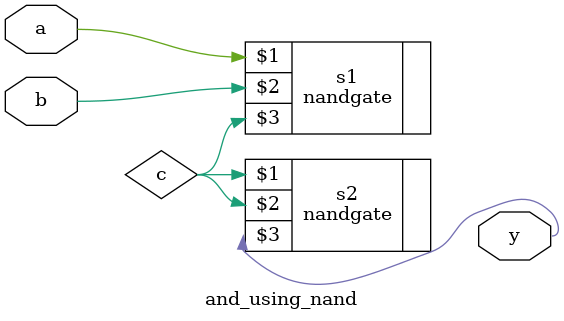
<source format=v>
module and_using_nand (a,b,y);
input a,b;
output y;
nandgate s1(a,b,c);
nandgate s2(c,c,y);
endmodule



</source>
